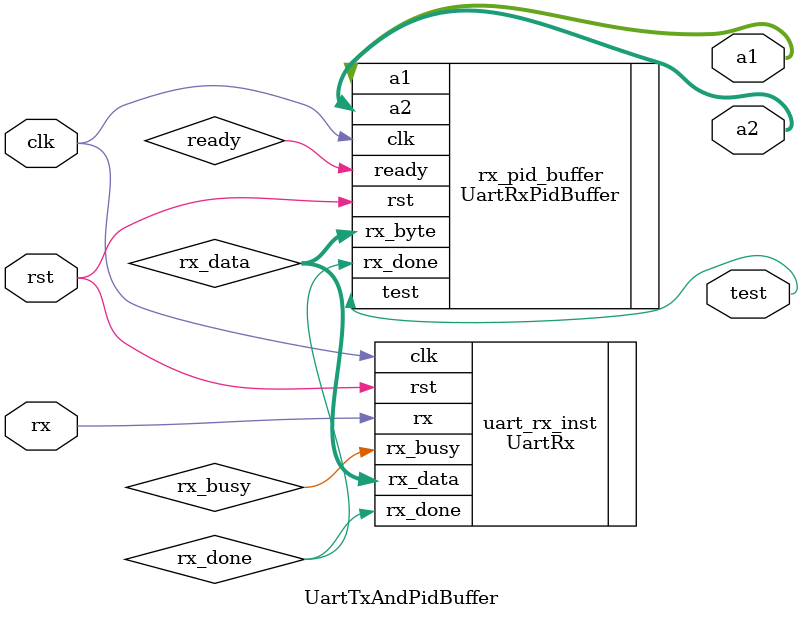
<source format=v>

module UartTxAndPidBuffer(
    input wire clk,
    input wire rst,
    input wire rx,
    output wire [31:0] a1,
    output wire [31:0] a2,
    output wire test

);


    wire [7:0]  rx_data;
    wire        rx_done;
    wire        rx_busy;

    UartRx #(
        .CLK_FREQ(50_000_000),
        .BAUD_RATE(9600),
        .FRAME_BITS(8)
    ) uart_rx_inst (
        .clk(clk),
        .rst(rst),
        .rx(rx),
        .rx_data(rx_data),
        .rx_done(rx_done),
        .rx_busy(rx_busy)
    );

    // === PID-aware UART Buffer ===
    UartRxPidBuffer rx_pid_buffer (
        .clk(clk),
        .rst(rst),
        .rx_done(rx_done),
        .rx_byte(rx_data),
        .a1(a1),
        .a2(a2),
        .ready(ready),
        .test(test)
    );

endmodule

    

</source>
